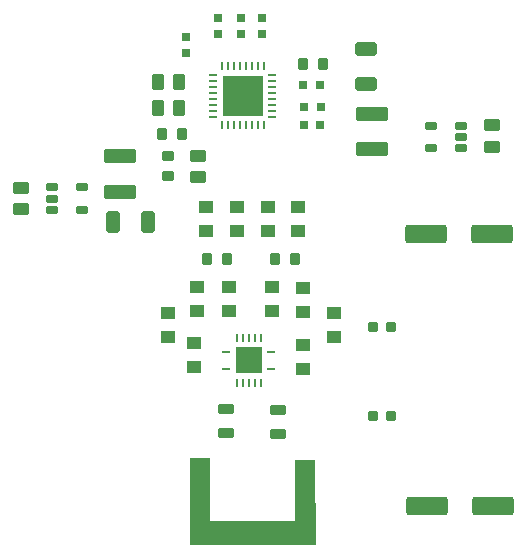
<source format=gtp>
%FSLAX23Y23*%
%MOMM*%
%SFA1B1*%

%IPPOS*%
%AMD15*
4,1,8,-1.549400,-0.800100,1.549400,-0.800100,1.750060,-0.599440,1.750060,0.599440,1.549400,0.800100,-1.549400,0.800100,-1.750060,0.599440,-1.750060,-0.599440,-1.549400,-0.800100,0.0*
1,1,0.400000,-1.549400,-0.599440*
1,1,0.400000,1.549400,-0.599440*
1,1,0.400000,1.549400,0.599440*
1,1,0.400000,-1.549400,0.599440*
%
%AMD16*
4,1,8,-0.299720,-0.398780,0.299720,-0.398780,0.398780,-0.299720,0.398780,0.299720,0.299720,0.398780,-0.299720,0.398780,-0.398780,0.299720,-0.398780,-0.299720,-0.299720,-0.398780,0.0*
1,1,0.200000,-0.299720,-0.299720*
1,1,0.200000,0.299720,-0.299720*
1,1,0.200000,0.299720,0.299720*
1,1,0.200000,-0.299720,0.299720*
%
%AMD17*
4,1,8,-0.500380,0.226060,-0.500380,-0.226060,-0.424180,-0.299720,0.424180,-0.299720,0.500380,-0.226060,0.500380,0.226060,0.424180,0.299720,-0.424180,0.299720,-0.500380,0.226060,0.0*
1,1,0.150000,-0.424180,0.226060*
1,1,0.150000,-0.424180,-0.226060*
1,1,0.150000,0.424180,-0.226060*
1,1,0.150000,0.424180,0.226060*
%
%AMD18*
4,1,8,1.206500,0.574040,-1.206500,0.574040,-1.348740,0.431800,-1.348740,-0.431800,-1.206500,-0.574040,1.206500,-0.574040,1.348740,-0.431800,1.348740,0.431800,1.206500,0.574040,0.0*
1,1,0.288000,1.206500,0.431800*
1,1,0.288000,-1.206500,0.431800*
1,1,0.288000,-1.206500,-0.431800*
1,1,0.288000,1.206500,-0.431800*
%
%AMD19*
4,1,8,0.574040,0.500380,-0.574040,0.500380,-0.701040,0.375920,-0.701040,-0.375920,-0.574040,-0.500380,0.574040,-0.500380,0.701040,-0.375920,0.701040,0.375920,0.574040,0.500380,0.0*
1,1,0.250000,0.574040,0.375920*
1,1,0.250000,-0.574040,0.375920*
1,1,0.250000,-0.574040,-0.375920*
1,1,0.250000,0.574040,-0.375920*
%
%AMD20*
4,1,8,0.551180,0.398780,-0.551180,0.398780,-0.650240,0.299720,-0.650240,-0.299720,-0.551180,-0.398780,0.551180,-0.398780,0.650240,-0.299720,0.650240,0.299720,0.551180,0.398780,0.0*
1,1,0.200000,0.551180,0.299720*
1,1,0.200000,-0.551180,0.299720*
1,1,0.200000,-0.551180,-0.299720*
1,1,0.200000,0.551180,-0.299720*
%
%AMD21*
4,1,8,0.386080,0.449580,-0.386080,0.449580,-0.500380,0.337820,-0.500380,-0.337820,-0.386080,-0.449580,0.386080,-0.449580,0.500380,-0.337820,0.500380,0.337820,0.386080,0.449580,0.0*
1,1,0.226000,0.386080,0.337820*
1,1,0.226000,-0.386080,0.337820*
1,1,0.226000,-0.386080,-0.337820*
1,1,0.226000,0.386080,-0.337820*
%
%AMD22*
4,1,8,-0.449580,0.386080,-0.449580,-0.386080,-0.337820,-0.500380,0.337820,-0.500380,0.449580,-0.386080,0.449580,0.386080,0.337820,0.500380,-0.337820,0.500380,-0.449580,0.386080,0.0*
1,1,0.226000,-0.337820,0.386080*
1,1,0.226000,-0.337820,-0.386080*
1,1,0.226000,0.337820,-0.386080*
1,1,0.226000,0.337820,0.386080*
%
%AMD23*
4,1,8,-0.500380,0.574040,-0.500380,-0.574040,-0.375920,-0.701040,0.375920,-0.701040,0.500380,-0.574040,0.500380,0.574040,0.375920,0.701040,-0.375920,0.701040,-0.500380,0.574040,0.0*
1,1,0.250000,-0.375920,0.574040*
1,1,0.250000,-0.375920,-0.574040*
1,1,0.250000,0.375920,-0.574040*
1,1,0.250000,0.375920,0.574040*
%
%AMD24*
4,1,8,-0.756920,-0.574040,0.756920,-0.574040,0.899160,-0.431800,0.899160,0.431800,0.756920,0.574040,-0.756920,0.574040,-0.899160,0.431800,-0.899160,-0.431800,-0.756920,-0.574040,0.0*
1,1,0.288000,-0.756920,-0.431800*
1,1,0.288000,0.756920,-0.431800*
1,1,0.288000,0.756920,0.431800*
1,1,0.288000,-0.756920,0.431800*
%
%AMD25*
4,1,8,-0.574040,0.756920,-0.574040,-0.756920,-0.431800,-0.899160,0.431800,-0.899160,0.574040,-0.756920,0.574040,0.756920,0.431800,0.899160,-0.431800,0.899160,-0.574040,0.756920,0.0*
1,1,0.288000,-0.431800,0.756920*
1,1,0.288000,-0.431800,-0.756920*
1,1,0.288000,0.431800,-0.756920*
1,1,0.288000,0.431800,0.756920*
%
%ADD12R,1.269997X1.015998*%
%ADD13R,0.761998X0.761998*%
%ADD14R,0.761998X0.761998*%
G04~CAMADD=15~8~0.0~0.0~1378.0~629.9~78.7~0.0~15~0.0~0.0~0.0~0.0~0~0.0~0.0~0.0~0.0~0~0.0~0.0~0.0~180.0~1378.0~630.0*
%ADD15D15*%
G04~CAMADD=16~8~0.0~0.0~315.0~315.0~39.4~0.0~15~0.0~0.0~0.0~0.0~0~0.0~0.0~0.0~0.0~0~0.0~0.0~0.0~180.0~314.0~314.0*
%ADD16D16*%
G04~CAMADD=17~8~0.0~0.0~236.2~393.7~29.5~0.0~15~0.0~0.0~0.0~0.0~0~0.0~0.0~0.0~0.0~0~0.0~0.0~0.0~90.0~394.0~236.0*
%ADD17D17*%
G04~CAMADD=18~8~0.0~0.0~1063.0~452.8~56.7~0.0~15~0.0~0.0~0.0~0.0~0~0.0~0.0~0.0~0.0~0~0.0~0.0~0.0~0.0~1063.0~452.8*
%ADD18D18*%
G04~CAMADD=19~8~0.0~0.0~551.2~393.7~49.2~0.0~15~0.0~0.0~0.0~0.0~0~0.0~0.0~0.0~0.0~0~0.0~0.0~0.0~0.0~551.2~393.7*
%ADD19D19*%
G04~CAMADD=20~8~0.0~0.0~511.8~315.0~39.4~0.0~15~0.0~0.0~0.0~0.0~0~0.0~0.0~0.0~0.0~0~0.0~0.0~0.0~0.0~511.8~315.0*
%ADD20D20*%
G04~CAMADD=21~8~0.0~0.0~393.7~354.3~44.5~0.0~15~0.0~0.0~0.0~0.0~0~0.0~0.0~0.0~0.0~0~0.0~0.0~0.0~0.0~393.7~354.3*
%ADD21D21*%
G04~CAMADD=22~8~0.0~0.0~393.7~354.3~44.5~0.0~15~0.0~0.0~0.0~0.0~0~0.0~0.0~0.0~0.0~0~0.0~0.0~0.0~90.0~354.0~394.0*
%ADD22D22*%
G04~CAMADD=23~8~0.0~0.0~551.2~393.7~49.2~0.0~15~0.0~0.0~0.0~0.0~0~0.0~0.0~0.0~0.0~0~0.0~0.0~0.0~90.0~394.0~552.0*
%ADD23D23*%
G04~CAMADD=24~8~0.0~0.0~708.7~452.8~56.7~0.0~15~0.0~0.0~0.0~0.0~0~0.0~0.0~0.0~0.0~0~0.0~0.0~0.0~180.0~708.0~452.0*
%ADD24D24*%
G04~CAMADD=25~8~0.0~0.0~708.7~452.8~56.7~0.0~15~0.0~0.0~0.0~0.0~0~0.0~0.0~0.0~0.0~0~0.0~0.0~0.0~90.0~452.0~708.0*
%ADD25D25*%
%ADD26R,2.299995X2.299995*%
%ADD27O,0.200000X0.799998*%
%ADD28O,0.799998X0.200000*%
%ADD29R,3.499993X3.499993*%
%LNraspberryhatboard-1*%
%LPD*%
G36*
X30499Y3899D02*
X37699D01*
Y9099*
X39399*
X39499Y1899*
X28799*
Y9199*
X30499*
Y3899*
G37*
G54D12*
X29199Y18977D03*
Y16945D03*
X26999Y19445D03*
Y21477D03*
X40999Y19521D03*
Y21553D03*
X38399Y16745D03*
Y18777D03*
X29399Y21721D03*
Y23753D03*
X30199Y30499D03*
Y28467D03*
X32799D03*
Y30499D03*
X35399Y30453D03*
Y28421D03*
X37999D03*
Y30453D03*
X35799Y23753D03*
Y21721D03*
X32099D03*
Y23753D03*
X38399Y23653D03*
Y21621D03*
G54D13*
X31199Y45102D03*
Y46499D03*
X33099D03*
Y45102D03*
X34899D03*
Y46499D03*
X28499Y44899D03*
Y43502D03*
G54D14*
X39896Y38999D03*
X38499D03*
X38447Y37405D03*
X39844D03*
X39796Y40799D03*
X38399D03*
G54D15*
X54499Y5199D03*
X48899D03*
X48799Y28199D03*
X54399D03*
G54D16*
X44349Y12799D03*
X45849D03*
X44349Y20299D03*
X45849D03*
G54D17*
X49199Y35449D03*
X51799Y37349D03*
Y36399D03*
Y35449D03*
X49199Y37349D03*
X19699Y32149D03*
X17099Y30249D03*
Y31199D03*
Y32149D03*
X19699Y30249D03*
G54D18*
X44199Y35399D03*
Y38399D03*
X22899Y34799D03*
Y31799D03*
G54D19*
X14499Y30299D03*
Y32099D03*
X29499Y32999D03*
Y34799D03*
X54399Y37399D03*
Y35599D03*
G54D20*
X36299Y13299D03*
Y11299D03*
X31899Y13399D03*
Y11399D03*
G54D21*
X26999Y33149D03*
Y34849D03*
G54D22*
X28149Y36699D03*
X26449D03*
X31949Y26099D03*
X30249D03*
X37749D03*
X36049D03*
X38349Y42599D03*
X40049D03*
G54D23*
X27899Y38899D03*
X26099D03*
X27899Y41099D03*
X26099D03*
G54D24*
X43699Y43899D03*
Y40899D03*
G54D25*
X25299Y29199D03*
X22299D03*
G54D26*
X33799Y17499D03*
G54D27*
X34799Y15599D03*
X34299D03*
X33799D03*
X33299D03*
X32799D03*
Y19399D03*
X33299D03*
X33799D03*
X34299D03*
X34799D03*
X31549Y37399D03*
X32049D03*
X32549D03*
X33049D03*
X33549D03*
X34049D03*
X34549D03*
X35049D03*
Y42399D03*
X34549D03*
X34049D03*
X33549D03*
X33049D03*
X32549D03*
X32049D03*
X31549D03*
G54D28*
X31899Y16749D03*
Y18249D03*
X35699D03*
Y16749D03*
X30799Y41649D03*
Y41149D03*
Y40649D03*
Y40149D03*
Y39649D03*
Y39149D03*
Y38649D03*
Y38149D03*
X35799D03*
Y38649D03*
Y39149D03*
Y39649D03*
Y40149D03*
Y40649D03*
Y41149D03*
Y41649D03*
G54D29*
X33299Y39899D03*
M02*
</source>
